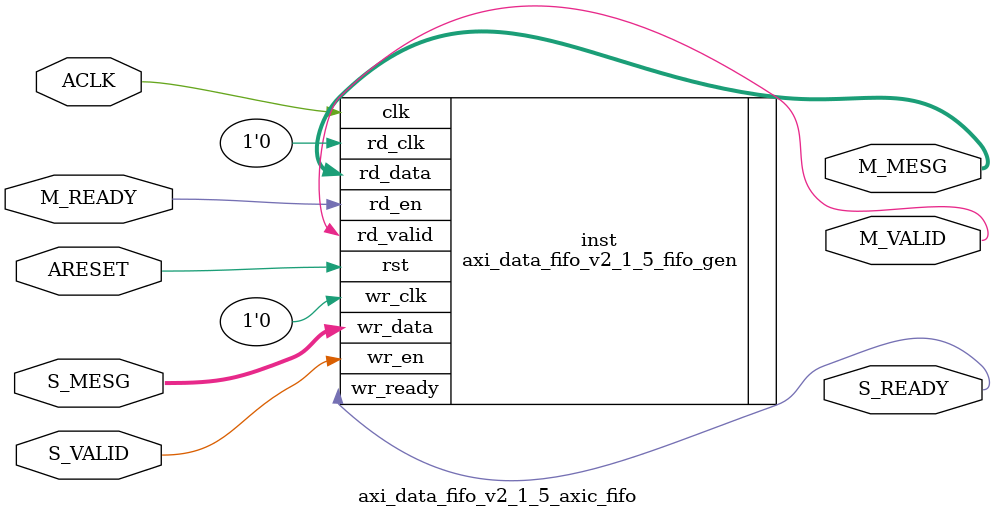
<source format=v>
`timescale 1ps/1ps


(* DowngradeIPIdentifiedWarnings="yes" *) 
module axi_data_fifo_v2_1_5_axic_fifo #
  (
   parameter         C_FAMILY          = "virtex6",
   parameter integer C_FIFO_DEPTH_LOG  = 5,      // FIFO depth = 2**C_FIFO_DEPTH_LOG
                                                 // Range = [5:9] when TYPE="lut",
                                                 // Range = [5:12] when TYPE="bram",
   parameter integer C_FIFO_WIDTH      = 64,     // Width of payload [1:512]
   parameter         C_FIFO_TYPE       = "lut"   // "lut" = LUT (SRL) based,
                                                 // "bram" = BRAM based
   )
  (
   // Global inputs
   input  wire                        ACLK,    // Clock
   input  wire                        ARESET,  // Reset
   // Slave  Port
   input  wire [C_FIFO_WIDTH-1:0]     S_MESG,  // Payload (may be any set of channel signals)
   input  wire                        S_VALID, // FIFO push
   output wire                        S_READY, // FIFO not full
   // Master  Port
   output wire [C_FIFO_WIDTH-1:0]     M_MESG,  // Payload
   output wire                        M_VALID, // FIFO not empty
   input  wire                        M_READY  // FIFO pop
   );

   axi_data_fifo_v2_1_5_fifo_gen #(
     .C_FAMILY(C_FAMILY),
     .C_COMMON_CLOCK(1),
     .C_FIFO_DEPTH_LOG(C_FIFO_DEPTH_LOG),
     .C_FIFO_WIDTH(C_FIFO_WIDTH),
     .C_FIFO_TYPE(C_FIFO_TYPE))
   inst (
     .clk(ACLK),
     .rst(ARESET),
     .wr_clk(1'b0),
     .wr_en(S_VALID),
     .wr_ready(S_READY),
     .wr_data(S_MESG),
     .rd_clk(1'b0),
     .rd_en(M_READY),
     .rd_valid(M_VALID),
     .rd_data(M_MESG));

endmodule

</source>
